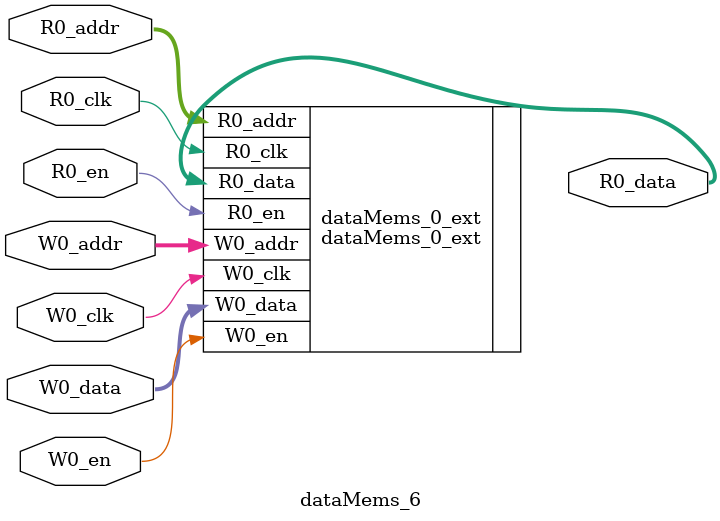
<source format=sv>
`ifndef RANDOMIZE
  `ifdef RANDOMIZE_REG_INIT
    `define RANDOMIZE
  `endif // RANDOMIZE_REG_INIT
`endif // not def RANDOMIZE
`ifndef RANDOMIZE
  `ifdef RANDOMIZE_MEM_INIT
    `define RANDOMIZE
  `endif // RANDOMIZE_MEM_INIT
`endif // not def RANDOMIZE

`ifndef RANDOM
  `define RANDOM $random
`endif // not def RANDOM

// Users can define 'PRINTF_COND' to add an extra gate to prints.
`ifndef PRINTF_COND_
  `ifdef PRINTF_COND
    `define PRINTF_COND_ (`PRINTF_COND)
  `else  // PRINTF_COND
    `define PRINTF_COND_ 1
  `endif // PRINTF_COND
`endif // not def PRINTF_COND_

// Users can define 'ASSERT_VERBOSE_COND' to add an extra gate to assert error printing.
`ifndef ASSERT_VERBOSE_COND_
  `ifdef ASSERT_VERBOSE_COND
    `define ASSERT_VERBOSE_COND_ (`ASSERT_VERBOSE_COND)
  `else  // ASSERT_VERBOSE_COND
    `define ASSERT_VERBOSE_COND_ 1
  `endif // ASSERT_VERBOSE_COND
`endif // not def ASSERT_VERBOSE_COND_

// Users can define 'STOP_COND' to add an extra gate to stop conditions.
`ifndef STOP_COND_
  `ifdef STOP_COND
    `define STOP_COND_ (`STOP_COND)
  `else  // STOP_COND
    `define STOP_COND_ 1
  `endif // STOP_COND
`endif // not def STOP_COND_

// Users can define INIT_RANDOM as general code that gets injected into the
// initializer block for modules with registers.
`ifndef INIT_RANDOM
  `define INIT_RANDOM
`endif // not def INIT_RANDOM

// If using random initialization, you can also define RANDOMIZE_DELAY to
// customize the delay used, otherwise 0.002 is used.
`ifndef RANDOMIZE_DELAY
  `define RANDOMIZE_DELAY 0.002
`endif // not def RANDOMIZE_DELAY

// Define INIT_RANDOM_PROLOG_ for use in our modules below.
`ifndef INIT_RANDOM_PROLOG_
  `ifdef RANDOMIZE
    `ifdef VERILATOR
      `define INIT_RANDOM_PROLOG_ `INIT_RANDOM
    `else  // VERILATOR
      `define INIT_RANDOM_PROLOG_ `INIT_RANDOM #`RANDOMIZE_DELAY begin end
    `endif // VERILATOR
  `else  // RANDOMIZE
    `define INIT_RANDOM_PROLOG_
  `endif // RANDOMIZE
`endif // not def INIT_RANDOM_PROLOG_

// Include register initializers in init blocks unless synthesis is set
`ifndef SYNTHESIS
  `ifndef ENABLE_INITIAL_REG_
    `define ENABLE_INITIAL_REG_
  `endif // not def ENABLE_INITIAL_REG_
`endif // not def SYNTHESIS

// Include rmemory initializers in init blocks unless synthesis is set
`ifndef SYNTHESIS
  `ifndef ENABLE_INITIAL_MEM_
    `define ENABLE_INITIAL_MEM_
  `endif // not def ENABLE_INITIAL_MEM_
`endif // not def SYNTHESIS

module dataMems_6(	// @[generators/ara/src/main/scala/UnsafeAXI4ToTL.scala:365:62]
  input  [4:0]   R0_addr,
  input          R0_en,
  input          R0_clk,
  output [130:0] R0_data,
  input  [4:0]   W0_addr,
  input          W0_en,
  input          W0_clk,
  input  [130:0] W0_data
);

  dataMems_0_ext dataMems_0_ext (	// @[generators/ara/src/main/scala/UnsafeAXI4ToTL.scala:365:62]
    .R0_addr (R0_addr),
    .R0_en   (R0_en),
    .R0_clk  (R0_clk),
    .R0_data (R0_data),
    .W0_addr (W0_addr),
    .W0_en   (W0_en),
    .W0_clk  (W0_clk),
    .W0_data (W0_data)
  );
endmodule


</source>
